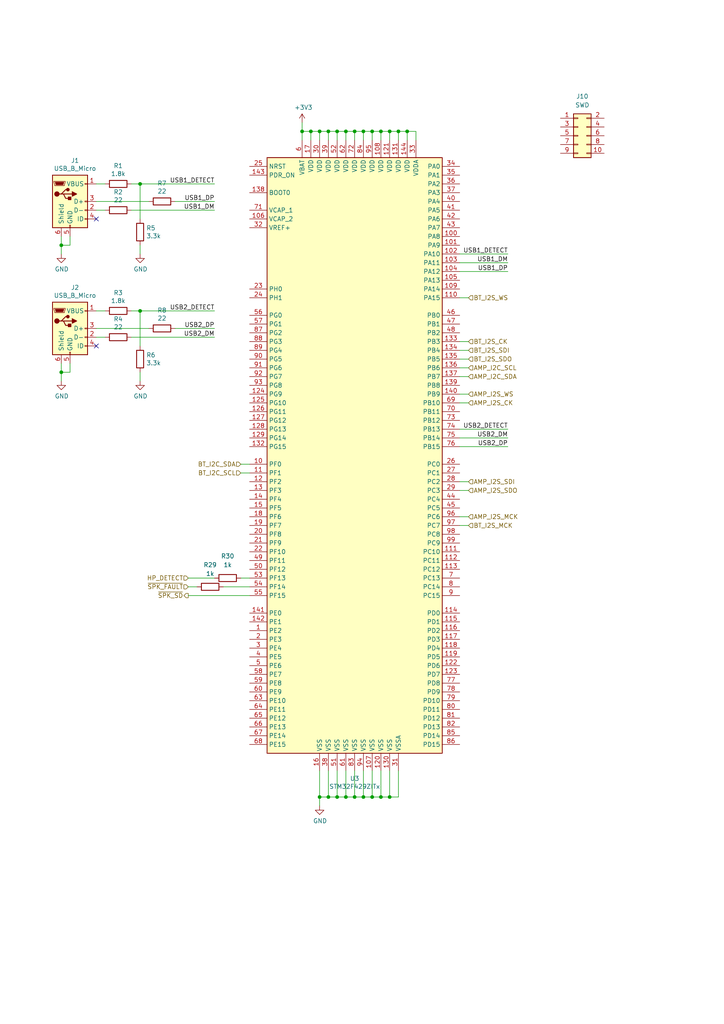
<source format=kicad_sch>
(kicad_sch (version 20201015) (generator eeschema)
  (page 1 7)
  (paper "A4" portrait)
  (lib_symbols
    (symbol "Connector:USB_B_Micro" (pin_names (offset 1.016))
      (property "Reference" "J" (at -5.08 11.43 0))
      (property "Value" "USB_B_Micro" (at -5.08 8.89 0))
      (symbol "USB_B_Micro_0_1"
        (circle (center -3.81 2.159) (radius 0.635) (stroke (width 0.254)) (fill (type outline)))
        (circle (center -0.635 3.429) (radius 0.381) (stroke (width 0.254)) (fill (type outline)))
        (rectangle (start -5.08 -7.62) (end 5.08 7.62) (stroke (width 0.254)) (fill (type background)))
        (rectangle (start -0.127 -7.62) (end 0.127 -6.858))
        (rectangle (start 0.254 1.27) (end -0.508 0.508) (stroke (width 0.254)) (fill (type outline)))
        (rectangle (start 5.08 -5.207) (end 4.318 -4.953))
        (rectangle (start 5.08 -2.667) (end 4.318 -2.413))
        (rectangle (start 5.08 -0.127) (end 4.318 0.127))
        (rectangle (start 5.08 4.953) (end 4.318 5.207))
        (polyline (pts (xy -1.905 2.159) (xy 0.635 2.159)) (stroke (width 0.254)))
        (polyline (pts (xy -3.175 2.159) (xy -2.54 2.159) (xy -1.27 3.429) (xy -0.635 3.429)) (stroke (width 0.254)))
        (polyline (pts (xy -2.54 2.159) (xy -1.905 2.159) (xy -1.27 0.889) (xy 0 0.889)) (stroke (width 0.254)))
        (polyline (pts (xy 0.635 2.794) (xy 0.635 1.524) (xy 1.905 2.159) (xy 0.635 2.794)) (stroke (width 0.254)) (fill (type outline)))
        (polyline (pts (xy -4.318 5.588) (xy -1.778 5.588) (xy -2.032 4.826) (xy -4.064 4.826) (xy -4.318 5.588)) (fill (type outline)))
        (polyline (pts (xy -4.699 5.842) (xy -4.699 5.588) (xy -4.445 4.826) (xy -4.445 4.572) (xy -1.651 4.572) (xy -1.651 4.826) (xy -1.397 5.588) (xy -1.397 5.842) (xy -4.699 5.842)))
      )
      (symbol "USB_B_Micro_1_1"
        (pin power_out line (at 7.62 5.08 180) (length 2.54) (name "VBUS") (number "1"))
        (pin bidirectional line (at 7.62 -2.54 180) (length 2.54) (name "D-") (number "2"))
        (pin bidirectional line (at 7.62 0 180) (length 2.54) (name "D+") (number "3"))
        (pin passive line (at 7.62 -5.08 180) (length 2.54) (name "ID") (number "4"))
        (pin power_out line (at 0 -10.16 90) (length 2.54) (name "GND") (number "5"))
        (pin passive line (at -2.54 -10.16 90) (length 2.54) (name "Shield") (number "6"))
      )
    )
    (symbol "Connector_Generic:Conn_02x05_Odd_Even" (pin_names (offset 1.016) hide)
      (property "Reference" "J" (at 1.27 7.62 0))
      (property "Value" "Conn_02x05_Odd_Even" (at 1.27 -7.62 0))
      (symbol "Conn_02x05_Odd_Even_1_1"
        (rectangle (start -1.27 -4.953) (end 0 -5.207) (stroke (width 0.1524)))
        (rectangle (start -1.27 -2.413) (end 0 -2.667) (stroke (width 0.1524)))
        (rectangle (start -1.27 2.667) (end 0 2.413) (stroke (width 0.1524)))
        (rectangle (start -1.27 5.207) (end 0 4.953) (stroke (width 0.1524)))
        (rectangle (start -1.27 6.35) (end 3.81 -6.35) (stroke (width 0.254)) (fill (type background)))
        (rectangle (start -1.27 0.127) (end 0 -0.127) (stroke (width 0.1524)))
        (rectangle (start 3.81 -4.953) (end 2.54 -5.207) (stroke (width 0.1524)))
        (rectangle (start 3.81 -2.413) (end 2.54 -2.667) (stroke (width 0.1524)))
        (rectangle (start 3.81 2.667) (end 2.54 2.413) (stroke (width 0.1524)))
        (rectangle (start 3.81 5.207) (end 2.54 4.953) (stroke (width 0.1524)))
        (rectangle (start 3.81 0.127) (end 2.54 -0.127) (stroke (width 0.1524)))
        (pin passive line (at -5.08 5.08 0) (length 3.81) (name "Pin_1") (number "1"))
        (pin passive line (at 7.62 -5.08 180) (length 3.81) (name "Pin_10") (number "10"))
        (pin passive line (at 7.62 5.08 180) (length 3.81) (name "Pin_2") (number "2"))
        (pin passive line (at -5.08 2.54 0) (length 3.81) (name "Pin_3") (number "3"))
        (pin passive line (at 7.62 2.54 180) (length 3.81) (name "Pin_4") (number "4"))
        (pin passive line (at -5.08 0 0) (length 3.81) (name "Pin_5") (number "5"))
        (pin passive line (at 7.62 0 180) (length 3.81) (name "Pin_6") (number "6"))
        (pin passive line (at -5.08 -2.54 0) (length 3.81) (name "Pin_7") (number "7"))
        (pin passive line (at 7.62 -2.54 180) (length 3.81) (name "Pin_8") (number "8"))
        (pin passive line (at -5.08 -5.08 0) (length 3.81) (name "Pin_9") (number "9"))
      )
    )
    (symbol "Device:R" (pin_numbers hide) (pin_names (offset 0))
      (property "Reference" "R" (at 2.032 0 90))
      (property "Value" "R" (at 0 0 90))
      (symbol "R_0_1"
        (rectangle (start -1.016 -2.54) (end 1.016 2.54) (stroke (width 0.254)))
      )
      (symbol "R_1_1"
        (pin passive line (at 0 3.81 270) (length 1.27) (name "~") (number "1"))
        (pin passive line (at 0 -3.81 90) (length 1.27) (name "~") (number "2"))
      )
    )
    (symbol "MCU_ST_STM32F4:STM32F429ZITx"
      (property "Reference" "U" (at -25.4 87.63 0))
      (property "Value" "STM32F429ZITx" (at 20.32 87.63 0))
      (symbol "STM32F429ZITx_0_1"
        (rectangle (start -25.4 -86.36) (end 25.4 86.36) (stroke (width 0.254)) (fill (type background)))
      )
      (symbol "STM32F429ZITx_1_1"
        (pin input line (at -30.48 76.2 0) (length 5.08) (name "BOOT0") (number "138"))
        (pin input line (at -30.48 83.82 0) (length 5.08) (name "NRST") (number "25"))
        (pin bidirectional line (at 30.48 83.82 180) (length 5.08) (name "PA0") (number "34"))
        (pin bidirectional line (at 30.48 81.28 180) (length 5.08) (name "PA1") (number "35"))
        (pin bidirectional line (at 30.48 58.42 180) (length 5.08) (name "PA10") (number "102"))
        (pin bidirectional line (at 30.48 55.88 180) (length 5.08) (name "PA11") (number "103"))
        (pin bidirectional line (at 30.48 53.34 180) (length 5.08) (name "PA12") (number "104"))
        (pin bidirectional line (at 30.48 50.8 180) (length 5.08) (name "PA13") (number "105"))
        (pin bidirectional line (at 30.48 48.26 180) (length 5.08) (name "PA14") (number "109"))
        (pin bidirectional line (at 30.48 45.72 180) (length 5.08) (name "PA15") (number "110"))
        (pin bidirectional line (at 30.48 78.74 180) (length 5.08) (name "PA2") (number "36"))
        (pin bidirectional line (at 30.48 76.2 180) (length 5.08) (name "PA3") (number "37"))
        (pin bidirectional line (at 30.48 73.66 180) (length 5.08) (name "PA4") (number "40"))
        (pin bidirectional line (at 30.48 71.12 180) (length 5.08) (name "PA5") (number "41"))
        (pin bidirectional line (at 30.48 68.58 180) (length 5.08) (name "PA6") (number "42"))
        (pin bidirectional line (at 30.48 66.04 180) (length 5.08) (name "PA7") (number "43"))
        (pin bidirectional line (at 30.48 63.5 180) (length 5.08) (name "PA8") (number "100"))
        (pin bidirectional line (at 30.48 60.96 180) (length 5.08) (name "PA9") (number "101"))
        (pin bidirectional line (at 30.48 40.64 180) (length 5.08) (name "PB0") (number "46"))
        (pin bidirectional line (at 30.48 38.1 180) (length 5.08) (name "PB1") (number "47"))
        (pin bidirectional line (at 30.48 15.24 180) (length 5.08) (name "PB10") (number "69"))
        (pin bidirectional line (at 30.48 12.7 180) (length 5.08) (name "PB11") (number "70"))
        (pin bidirectional line (at 30.48 10.16 180) (length 5.08) (name "PB12") (number "73"))
        (pin bidirectional line (at 30.48 7.62 180) (length 5.08) (name "PB13") (number "74"))
        (pin bidirectional line (at 30.48 5.08 180) (length 5.08) (name "PB14") (number "75"))
        (pin bidirectional line (at 30.48 2.54 180) (length 5.08) (name "PB15") (number "76"))
        (pin bidirectional line (at 30.48 35.56 180) (length 5.08) (name "PB2") (number "48"))
        (pin bidirectional line (at 30.48 33.02 180) (length 5.08) (name "PB3") (number "133"))
        (pin bidirectional line (at 30.48 30.48 180) (length 5.08) (name "PB4") (number "134"))
        (pin bidirectional line (at 30.48 27.94 180) (length 5.08) (name "PB5") (number "135"))
        (pin bidirectional line (at 30.48 25.4 180) (length 5.08) (name "PB6") (number "136"))
        (pin bidirectional line (at 30.48 22.86 180) (length 5.08) (name "PB7") (number "137"))
        (pin bidirectional line (at 30.48 20.32 180) (length 5.08) (name "PB8") (number "139"))
        (pin bidirectional line (at 30.48 17.78 180) (length 5.08) (name "PB9") (number "140"))
        (pin bidirectional line (at 30.48 -2.54 180) (length 5.08) (name "PC0") (number "26"))
        (pin bidirectional line (at 30.48 -5.08 180) (length 5.08) (name "PC1") (number "27"))
        (pin bidirectional line (at 30.48 -27.94 180) (length 5.08) (name "PC10") (number "111"))
        (pin bidirectional line (at 30.48 -30.48 180) (length 5.08) (name "PC11") (number "112"))
        (pin bidirectional line (at 30.48 -33.02 180) (length 5.08) (name "PC12") (number "113"))
        (pin bidirectional line (at 30.48 -35.56 180) (length 5.08) (name "PC13") (number "7"))
        (pin bidirectional line (at 30.48 -38.1 180) (length 5.08) (name "PC14") (number "8"))
        (pin bidirectional line (at 30.48 -40.64 180) (length 5.08) (name "PC15") (number "9"))
        (pin bidirectional line (at 30.48 -7.62 180) (length 5.08) (name "PC2") (number "28"))
        (pin bidirectional line (at 30.48 -10.16 180) (length 5.08) (name "PC3") (number "29"))
        (pin bidirectional line (at 30.48 -12.7 180) (length 5.08) (name "PC4") (number "44"))
        (pin bidirectional line (at 30.48 -15.24 180) (length 5.08) (name "PC5") (number "45"))
        (pin bidirectional line (at 30.48 -17.78 180) (length 5.08) (name "PC6") (number "96"))
        (pin bidirectional line (at 30.48 -20.32 180) (length 5.08) (name "PC7") (number "97"))
        (pin bidirectional line (at 30.48 -22.86 180) (length 5.08) (name "PC8") (number "98"))
        (pin bidirectional line (at 30.48 -25.4 180) (length 5.08) (name "PC9") (number "99"))
        (pin bidirectional line (at 30.48 -45.72 180) (length 5.08) (name "PD0") (number "114"))
        (pin bidirectional line (at 30.48 -48.26 180) (length 5.08) (name "PD1") (number "115"))
        (pin bidirectional line (at 30.48 -71.12 180) (length 5.08) (name "PD10") (number "79"))
        (pin bidirectional line (at 30.48 -73.66 180) (length 5.08) (name "PD11") (number "80"))
        (pin bidirectional line (at 30.48 -76.2 180) (length 5.08) (name "PD12") (number "81"))
        (pin bidirectional line (at 30.48 -78.74 180) (length 5.08) (name "PD13") (number "82"))
        (pin bidirectional line (at 30.48 -81.28 180) (length 5.08) (name "PD14") (number "85"))
        (pin bidirectional line (at 30.48 -83.82 180) (length 5.08) (name "PD15") (number "86"))
        (pin bidirectional line (at 30.48 -50.8 180) (length 5.08) (name "PD2") (number "116"))
        (pin bidirectional line (at 30.48 -53.34 180) (length 5.08) (name "PD3") (number "117"))
        (pin bidirectional line (at 30.48 -55.88 180) (length 5.08) (name "PD4") (number "118"))
        (pin bidirectional line (at 30.48 -58.42 180) (length 5.08) (name "PD5") (number "119"))
        (pin bidirectional line (at 30.48 -60.96 180) (length 5.08) (name "PD6") (number "122"))
        (pin bidirectional line (at 30.48 -63.5 180) (length 5.08) (name "PD7") (number "123"))
        (pin bidirectional line (at 30.48 -66.04 180) (length 5.08) (name "PD8") (number "77"))
        (pin bidirectional line (at 30.48 -68.58 180) (length 5.08) (name "PD9") (number "78"))
        (pin input line (at -30.48 81.28 0) (length 5.08) (name "PDR_ON") (number "143"))
        (pin bidirectional line (at -30.48 -45.72 0) (length 5.08) (name "PE0") (number "141"))
        (pin bidirectional line (at -30.48 -48.26 0) (length 5.08) (name "PE1") (number "142"))
        (pin bidirectional line (at -30.48 -71.12 0) (length 5.08) (name "PE10") (number "63"))
        (pin bidirectional line (at -30.48 -73.66 0) (length 5.08) (name "PE11") (number "64"))
        (pin bidirectional line (at -30.48 -76.2 0) (length 5.08) (name "PE12") (number "65"))
        (pin bidirectional line (at -30.48 -78.74 0) (length 5.08) (name "PE13") (number "66"))
        (pin bidirectional line (at -30.48 -81.28 0) (length 5.08) (name "PE14") (number "67"))
        (pin bidirectional line (at -30.48 -83.82 0) (length 5.08) (name "PE15") (number "68"))
        (pin bidirectional line (at -30.48 -50.8 0) (length 5.08) (name "PE2") (number "1"))
        (pin bidirectional line (at -30.48 -53.34 0) (length 5.08) (name "PE3") (number "2"))
        (pin bidirectional line (at -30.48 -55.88 0) (length 5.08) (name "PE4") (number "3"))
        (pin bidirectional line (at -30.48 -58.42 0) (length 5.08) (name "PE5") (number "4"))
        (pin bidirectional line (at -30.48 -60.96 0) (length 5.08) (name "PE6") (number "5"))
        (pin bidirectional line (at -30.48 -63.5 0) (length 5.08) (name "PE7") (number "58"))
        (pin bidirectional line (at -30.48 -66.04 0) (length 5.08) (name "PE8") (number "59"))
        (pin bidirectional line (at -30.48 -68.58 0) (length 5.08) (name "PE9") (number "60"))
        (pin bidirectional line (at -30.48 -2.54 0) (length 5.08) (name "PF0") (number "10"))
        (pin bidirectional line (at -30.48 -5.08 0) (length 5.08) (name "PF1") (number "11"))
        (pin bidirectional line (at -30.48 -27.94 0) (length 5.08) (name "PF10") (number "22"))
        (pin bidirectional line (at -30.48 -30.48 0) (length 5.08) (name "PF11") (number "49"))
        (pin bidirectional line (at -30.48 -33.02 0) (length 5.08) (name "PF12") (number "50"))
        (pin bidirectional line (at -30.48 -35.56 0) (length 5.08) (name "PF13") (number "53"))
        (pin bidirectional line (at -30.48 -38.1 0) (length 5.08) (name "PF14") (number "54"))
        (pin bidirectional line (at -30.48 -40.64 0) (length 5.08) (name "PF15") (number "55"))
        (pin bidirectional line (at -30.48 -7.62 0) (length 5.08) (name "PF2") (number "12"))
        (pin bidirectional line (at -30.48 -10.16 0) (length 5.08) (name "PF3") (number "13"))
        (pin bidirectional line (at -30.48 -12.7 0) (length 5.08) (name "PF4") (number "14"))
        (pin bidirectional line (at -30.48 -15.24 0) (length 5.08) (name "PF5") (number "15"))
        (pin bidirectional line (at -30.48 -17.78 0) (length 5.08) (name "PF6") (number "18"))
        (pin bidirectional line (at -30.48 -20.32 0) (length 5.08) (name "PF7") (number "19"))
        (pin bidirectional line (at -30.48 -22.86 0) (length 5.08) (name "PF8") (number "20"))
        (pin bidirectional line (at -30.48 -25.4 0) (length 5.08) (name "PF9") (number "21"))
        (pin bidirectional line (at -30.48 40.64 0) (length 5.08) (name "PG0") (number "56"))
        (pin bidirectional line (at -30.48 38.1 0) (length 5.08) (name "PG1") (number "57"))
        (pin bidirectional line (at -30.48 15.24 0) (length 5.08) (name "PG10") (number "125"))
        (pin bidirectional line (at -30.48 12.7 0) (length 5.08) (name "PG11") (number "126"))
        (pin bidirectional line (at -30.48 10.16 0) (length 5.08) (name "PG12") (number "127"))
        (pin bidirectional line (at -30.48 7.62 0) (length 5.08) (name "PG13") (number "128"))
        (pin bidirectional line (at -30.48 5.08 0) (length 5.08) (name "PG14") (number "129"))
        (pin bidirectional line (at -30.48 2.54 0) (length 5.08) (name "PG15") (number "132"))
        (pin bidirectional line (at -30.48 35.56 0) (length 5.08) (name "PG2") (number "87"))
        (pin bidirectional line (at -30.48 33.02 0) (length 5.08) (name "PG3") (number "88"))
        (pin bidirectional line (at -30.48 30.48 0) (length 5.08) (name "PG4") (number "89"))
        (pin bidirectional line (at -30.48 27.94 0) (length 5.08) (name "PG5") (number "90"))
        (pin bidirectional line (at -30.48 25.4 0) (length 5.08) (name "PG6") (number "91"))
        (pin bidirectional line (at -30.48 22.86 0) (length 5.08) (name "PG7") (number "92"))
        (pin bidirectional line (at -30.48 20.32 0) (length 5.08) (name "PG8") (number "93"))
        (pin bidirectional line (at -30.48 17.78 0) (length 5.08) (name "PG9") (number "124"))
        (pin input line (at -30.48 48.26 0) (length 5.08) (name "PH0") (number "23"))
        (pin input line (at -30.48 45.72 0) (length 5.08) (name "PH1") (number "24"))
        (pin power_in line (at -15.24 91.44 270) (length 5.08) (name "VBAT") (number "6"))
        (pin power_in line (at -30.48 71.12 0) (length 5.08) (name "VCAP_1") (number "71"))
        (pin power_in line (at -30.48 68.58 0) (length 5.08) (name "VCAP_2") (number "106"))
        (pin power_in line (at 7.62 91.44 270) (length 5.08) (name "VDD") (number "108"))
        (pin power_in line (at 10.16 91.44 270) (length 5.08) (name "VDD") (number "121"))
        (pin power_in line (at 12.7 91.44 270) (length 5.08) (name "VDD") (number "131"))
        (pin power_in line (at 15.24 91.44 270) (length 5.08) (name "VDD") (number "144"))
        (pin power_in line (at -12.7 91.44 270) (length 5.08) (name "VDD") (number "17"))
        (pin power_in line (at -10.16 91.44 270) (length 5.08) (name "VDD") (number "30"))
        (pin power_in line (at -7.62 91.44 270) (length 5.08) (name "VDD") (number "39"))
        (pin power_in line (at -5.08 91.44 270) (length 5.08) (name "VDD") (number "52"))
        (pin power_in line (at -2.54 91.44 270) (length 5.08) (name "VDD") (number "62"))
        (pin power_in line (at 0 91.44 270) (length 5.08) (name "VDD") (number "72"))
        (pin power_in line (at 2.54 91.44 270) (length 5.08) (name "VDD") (number "84"))
        (pin power_in line (at 5.08 91.44 270) (length 5.08) (name "VDD") (number "95"))
        (pin power_in line (at 17.78 91.44 270) (length 5.08) (name "VDDA") (number "33"))
        (pin power_in line (at -30.48 66.04 0) (length 5.08) (name "VREF+") (number "32"))
        (pin power_in line (at 5.08 -91.44 90) (length 5.08) (name "VSS") (number "107"))
        (pin power_in line (at 7.62 -91.44 90) (length 5.08) (name "VSS") (number "120"))
        (pin power_in line (at 10.16 -91.44 90) (length 5.08) (name "VSS") (number "130"))
        (pin power_in line (at -10.16 -91.44 90) (length 5.08) (name "VSS") (number "16"))
        (pin power_in line (at -7.62 -91.44 90) (length 5.08) (name "VSS") (number "38"))
        (pin power_in line (at -5.08 -91.44 90) (length 5.08) (name "VSS") (number "51"))
        (pin power_in line (at -2.54 -91.44 90) (length 5.08) (name "VSS") (number "61"))
        (pin power_in line (at 0 -91.44 90) (length 5.08) (name "VSS") (number "83"))
        (pin power_in line (at 2.54 -91.44 90) (length 5.08) (name "VSS") (number "94"))
        (pin power_in line (at 12.7 -91.44 90) (length 5.08) (name "VSSA") (number "31"))
      )
    )
    (symbol "power:+3.3V" (power) (pin_names (offset 0))
      (property "Value" "+3.3V" (at 0 3.556 0))
      (symbol "+3.3V_0_1"
        (polyline (pts (xy -0.762 1.27) (xy 0 2.54)))
        (polyline (pts (xy 0 0) (xy 0 2.54)))
        (polyline (pts (xy 0 2.54) (xy 0.762 1.27)))
      )
      (symbol "+3.3V_1_1"
        (pin power_in line (at 0 0 90) (length 0) hide (name "+3V3") (number "1"))
      )
    )
    (symbol "power:GND" (power) (pin_names (offset 0))
      (property "Value" "GND" (at 0 -3.81 0))
      (symbol "GND_0_1"
        (polyline (pts (xy 0 0) (xy 0 -1.27) (xy 1.27 -1.27) (xy 0 -2.54) (xy -1.27 -1.27) (xy 0 -1.27)))
      )
      (symbol "GND_1_1"
        (pin power_in line (at 0 0 270) (length 0) hide (name "GND") (number "1"))
      )
    )
  )
  (junction (at 17.78 71.12) (diameter 0.9144))
  (junction (at 17.78 107.95) (diameter 0.9144))
  (junction (at 40.64 53.34) (diameter 0.9144))
  (junction (at 40.64 90.17) (diameter 0.9144))
  (junction (at 87.63 38.1) (diameter 0.9144))
  (junction (at 90.17 38.1) (diameter 0.9144))
  (junction (at 92.71 38.1) (diameter 0.9144))
  (junction (at 92.71 231.14) (diameter 0.9144))
  (junction (at 95.25 38.1) (diameter 0.9144))
  (junction (at 95.25 231.14) (diameter 0.9144))
  (junction (at 97.79 38.1) (diameter 0.9144))
  (junction (at 97.79 231.14) (diameter 0.9144))
  (junction (at 100.33 38.1) (diameter 0.9144))
  (junction (at 100.33 231.14) (diameter 0.9144))
  (junction (at 102.87 38.1) (diameter 0.9144))
  (junction (at 102.87 231.14) (diameter 0.9144))
  (junction (at 105.41 38.1) (diameter 0.9144))
  (junction (at 105.41 231.14) (diameter 0.9144))
  (junction (at 107.95 38.1) (diameter 0.9144))
  (junction (at 107.95 231.14) (diameter 0.9144))
  (junction (at 110.49 38.1) (diameter 0.9144))
  (junction (at 110.49 231.14) (diameter 0.9144))
  (junction (at 113.03 38.1) (diameter 0.9144))
  (junction (at 113.03 231.14) (diameter 0.9144))
  (junction (at 115.57 38.1) (diameter 0.9144))
  (junction (at 118.11 38.1) (diameter 0.9144))
  (no_connect (at 27.94 100.33))
  (no_connect (at 27.94 63.5))
  (wire (pts (xy 17.78 68.58) (xy 17.78 71.12)))
  (wire (pts (xy 17.78 71.12) (xy 17.78 73.66)))
  (wire (pts (xy 17.78 105.41) (xy 17.78 107.95)))
  (wire (pts (xy 17.78 107.95) (xy 17.78 110.49)))
  (wire (pts (xy 20.32 68.58) (xy 20.32 71.12)))
  (wire (pts (xy 20.32 71.12) (xy 17.78 71.12)))
  (wire (pts (xy 20.32 105.41) (xy 20.32 107.95)))
  (wire (pts (xy 20.32 107.95) (xy 17.78 107.95)))
  (wire (pts (xy 27.94 60.96) (xy 30.48 60.96)))
  (wire (pts (xy 27.94 97.79) (xy 30.48 97.79)))
  (wire (pts (xy 30.48 53.34) (xy 27.94 53.34)))
  (wire (pts (xy 30.48 90.17) (xy 27.94 90.17)))
  (wire (pts (xy 38.1 60.96) (xy 62.23 60.96)))
  (wire (pts (xy 38.1 97.79) (xy 62.23 97.79)))
  (wire (pts (xy 40.64 53.34) (xy 38.1 53.34)))
  (wire (pts (xy 40.64 63.5) (xy 40.64 53.34)))
  (wire (pts (xy 40.64 71.12) (xy 40.64 73.66)))
  (wire (pts (xy 40.64 90.17) (xy 38.1 90.17)))
  (wire (pts (xy 40.64 100.33) (xy 40.64 90.17)))
  (wire (pts (xy 40.64 107.95) (xy 40.64 110.49)))
  (wire (pts (xy 43.18 58.42) (xy 27.94 58.42)))
  (wire (pts (xy 43.18 95.25) (xy 27.94 95.25)))
  (wire (pts (xy 50.8 58.42) (xy 62.23 58.42)))
  (wire (pts (xy 50.8 95.25) (xy 62.23 95.25)))
  (wire (pts (xy 54.61 167.64) (xy 62.23 167.64)))
  (wire (pts (xy 54.61 170.18) (xy 57.15 170.18)))
  (wire (pts (xy 54.61 172.72) (xy 72.39 172.72)))
  (wire (pts (xy 62.23 53.34) (xy 40.64 53.34)))
  (wire (pts (xy 62.23 90.17) (xy 40.64 90.17)))
  (wire (pts (xy 64.77 170.18) (xy 72.39 170.18)))
  (wire (pts (xy 69.85 137.16) (xy 72.39 137.16)))
  (wire (pts (xy 69.85 167.64) (xy 72.39 167.64)))
  (wire (pts (xy 72.39 134.62) (xy 69.85 134.62)))
  (wire (pts (xy 87.63 35.56) (xy 87.63 38.1)))
  (wire (pts (xy 87.63 38.1) (xy 87.63 40.64)))
  (wire (pts (xy 90.17 38.1) (xy 87.63 38.1)))
  (wire (pts (xy 90.17 40.64) (xy 90.17 38.1)))
  (wire (pts (xy 92.71 38.1) (xy 90.17 38.1)))
  (wire (pts (xy 92.71 40.64) (xy 92.71 38.1)))
  (wire (pts (xy 92.71 223.52) (xy 92.71 231.14)))
  (wire (pts (xy 92.71 231.14) (xy 92.71 233.68)))
  (wire (pts (xy 92.71 231.14) (xy 95.25 231.14)))
  (wire (pts (xy 95.25 38.1) (xy 92.71 38.1)))
  (wire (pts (xy 95.25 40.64) (xy 95.25 38.1)))
  (wire (pts (xy 95.25 223.52) (xy 95.25 231.14)))
  (wire (pts (xy 95.25 231.14) (xy 97.79 231.14)))
  (wire (pts (xy 97.79 38.1) (xy 95.25 38.1)))
  (wire (pts (xy 97.79 40.64) (xy 97.79 38.1)))
  (wire (pts (xy 97.79 223.52) (xy 97.79 231.14)))
  (wire (pts (xy 97.79 231.14) (xy 100.33 231.14)))
  (wire (pts (xy 100.33 38.1) (xy 97.79 38.1)))
  (wire (pts (xy 100.33 40.64) (xy 100.33 38.1)))
  (wire (pts (xy 100.33 223.52) (xy 100.33 231.14)))
  (wire (pts (xy 100.33 231.14) (xy 102.87 231.14)))
  (wire (pts (xy 102.87 38.1) (xy 100.33 38.1)))
  (wire (pts (xy 102.87 40.64) (xy 102.87 38.1)))
  (wire (pts (xy 102.87 223.52) (xy 102.87 231.14)))
  (wire (pts (xy 102.87 231.14) (xy 105.41 231.14)))
  (wire (pts (xy 105.41 38.1) (xy 102.87 38.1)))
  (wire (pts (xy 105.41 40.64) (xy 105.41 38.1)))
  (wire (pts (xy 105.41 223.52) (xy 105.41 231.14)))
  (wire (pts (xy 105.41 231.14) (xy 107.95 231.14)))
  (wire (pts (xy 107.95 38.1) (xy 105.41 38.1)))
  (wire (pts (xy 107.95 40.64) (xy 107.95 38.1)))
  (wire (pts (xy 107.95 223.52) (xy 107.95 231.14)))
  (wire (pts (xy 107.95 231.14) (xy 110.49 231.14)))
  (wire (pts (xy 110.49 38.1) (xy 107.95 38.1)))
  (wire (pts (xy 110.49 40.64) (xy 110.49 38.1)))
  (wire (pts (xy 110.49 231.14) (xy 110.49 223.52)))
  (wire (pts (xy 110.49 231.14) (xy 113.03 231.14)))
  (wire (pts (xy 113.03 38.1) (xy 110.49 38.1)))
  (wire (pts (xy 113.03 40.64) (xy 113.03 38.1)))
  (wire (pts (xy 113.03 223.52) (xy 113.03 231.14)))
  (wire (pts (xy 113.03 231.14) (xy 115.57 231.14)))
  (wire (pts (xy 115.57 38.1) (xy 113.03 38.1)))
  (wire (pts (xy 115.57 40.64) (xy 115.57 38.1)))
  (wire (pts (xy 115.57 231.14) (xy 115.57 223.52)))
  (wire (pts (xy 118.11 38.1) (xy 115.57 38.1)))
  (wire (pts (xy 118.11 40.64) (xy 118.11 38.1)))
  (wire (pts (xy 120.65 38.1) (xy 118.11 38.1)))
  (wire (pts (xy 120.65 40.64) (xy 120.65 38.1)))
  (wire (pts (xy 133.35 101.6) (xy 135.89 101.6)))
  (wire (pts (xy 133.35 109.22) (xy 135.89 109.22)))
  (wire (pts (xy 133.35 116.84) (xy 135.89 116.84)))
  (wire (pts (xy 133.35 142.24) (xy 135.89 142.24)))
  (wire (pts (xy 135.89 86.36) (xy 133.35 86.36)))
  (wire (pts (xy 135.89 99.06) (xy 133.35 99.06)))
  (wire (pts (xy 135.89 104.14) (xy 133.35 104.14)))
  (wire (pts (xy 135.89 106.68) (xy 133.35 106.68)))
  (wire (pts (xy 135.89 114.3) (xy 133.35 114.3)))
  (wire (pts (xy 135.89 139.7) (xy 133.35 139.7)))
  (wire (pts (xy 135.89 149.86) (xy 133.35 149.86)))
  (wire (pts (xy 135.89 152.4) (xy 133.35 152.4)))
  (wire (pts (xy 147.32 73.66) (xy 133.35 73.66)))
  (wire (pts (xy 147.32 76.2) (xy 133.35 76.2)))
  (wire (pts (xy 147.32 78.74) (xy 133.35 78.74)))
  (wire (pts (xy 147.32 124.46) (xy 133.35 124.46)))
  (wire (pts (xy 147.32 127) (xy 133.35 127)))
  (wire (pts (xy 147.32 129.54) (xy 133.35 129.54)))
  (label "USB1_DETECT" (at 62.23 53.34 180))
  (label "USB1_DP" (at 62.23 58.42 180))
  (label "USB1_DM" (at 62.23 60.96 180))
  (label "USB2_DETECT" (at 62.23 90.17 180))
  (label "USB2_DP" (at 62.23 95.25 180))
  (label "USB2_DM" (at 62.23 97.79 180))
  (label "USB1_DETECT" (at 147.32 73.66 180))
  (label "USB1_DM" (at 147.32 76.2 180))
  (label "USB1_DP" (at 147.32 78.74 180))
  (label "USB2_DETECT" (at 147.32 124.46 180))
  (label "USB2_DM" (at 147.32 127 180))
  (label "USB2_DP" (at 147.32 129.54 180))
  (hierarchical_label "HP_DETECT" (shape input) (at 54.61 167.64 180))
  (hierarchical_label "~SPK_FAULT" (shape input) (at 54.61 170.18 180))
  (hierarchical_label "~SPK_SD" (shape output) (at 54.61 172.72 180))
  (hierarchical_label "BT_I2C_SDA" (shape input) (at 69.85 134.62 180))
  (hierarchical_label "BT_I2C_SCL" (shape input) (at 69.85 137.16 180))
  (hierarchical_label "BT_I2S_WS" (shape input) (at 135.89 86.36 0))
  (hierarchical_label "BT_I2S_CK" (shape input) (at 135.89 99.06 0))
  (hierarchical_label "BT_I2S_SDI" (shape input) (at 135.89 101.6 0))
  (hierarchical_label "BT_I2S_SDO" (shape input) (at 135.89 104.14 0))
  (hierarchical_label "AMP_I2C_SCL" (shape input) (at 135.89 106.68 0))
  (hierarchical_label "AMP_I2C_SDA" (shape input) (at 135.89 109.22 0))
  (hierarchical_label "AMP_I2S_WS" (shape input) (at 135.89 114.3 0))
  (hierarchical_label "AMP_I2S_CK" (shape input) (at 135.89 116.84 0))
  (hierarchical_label "AMP_I2S_SDI" (shape input) (at 135.89 139.7 0))
  (hierarchical_label "AMP_I2S_SDO" (shape input) (at 135.89 142.24 0))
  (hierarchical_label "AMP_I2S_MCK" (shape input) (at 135.89 149.86 0))
  (hierarchical_label "BT_I2S_MCK" (shape input) (at 135.89 152.4 0))
  (symbol (lib_id "power:+3.3V") (at 87.63 35.56 0) (unit 1)
    (property "Reference" "#PWR0102" (effects hide))
    (property "Value" "+3.3V" (at 88.011 31.1658 0))
  )
  (symbol (lib_id "power:GND") (at 17.78 73.66 0) (unit 1)
    (property "Reference" "#PWR0103" (effects hide))
    (property "Value" "GND" (at 17.907 78.0542 0))
  )
  (symbol (lib_id "power:GND") (at 17.78 110.49 0) (unit 1)
    (property "Reference" "#PWR0105" (effects hide))
    (property "Value" "GND" (at 17.907 114.8842 0))
  )
  (symbol (lib_id "power:GND") (at 40.64 73.66 0) (unit 1)
    (property "Reference" "#PWR0104" (effects hide))
    (property "Value" "GND" (at 40.767 78.0542 0))
  )
  (symbol (lib_id "power:GND") (at 40.64 110.49 0) (unit 1)
    (property "Reference" "#PWR0106" (effects hide))
    (property "Value" "GND" (at 40.767 114.8842 0))
  )
  (symbol (lib_id "power:GND") (at 92.71 233.68 0) (unit 1)
    (property "Reference" "#PWR0101" (effects hide))
    (property "Value" "GND" (at 92.837 238.0742 0))
  )
  (symbol (lib_id "Device:R") (at 34.29 53.34 270) (unit 1)
    (property "Reference" "R1" (at 34.29 48.0822 90))
    (property "Value" "1.8k" (at 34.29 50.3936 90))
    (property "Footprint" "Resistor_SMD:R_0603_1608Metric" (effects hide))
  )
  (symbol (lib_id "Device:R") (at 34.29 60.96 270) (unit 1)
    (property "Reference" "R2" (at 34.29 55.7022 90))
    (property "Value" "22" (at 34.29 58.0136 90))
    (property "Footprint" "Resistor_SMD:R_0603_1608Metric" (effects hide))
  )
  (symbol (lib_id "Device:R") (at 34.29 90.17 270) (unit 1)
    (property "Reference" "R3" (at 34.29 84.9122 90))
    (property "Value" "1.8k" (at 34.29 87.2236 90))
    (property "Footprint" "Resistor_SMD:R_0603_1608Metric" (effects hide))
  )
  (symbol (lib_id "Device:R") (at 34.29 97.79 270) (unit 1)
    (property "Reference" "R4" (at 34.29 92.5322 90))
    (property "Value" "22" (at 34.29 94.8436 90))
    (property "Footprint" "Resistor_SMD:R_0603_1608Metric" (effects hide))
  )
  (symbol (lib_id "Device:R") (at 40.64 67.31 0) (unit 1)
    (property "Reference" "R5" (at 42.418 66.1416 0) (effects (justify left)))
    (property "Value" "3.3k" (at 42.418 68.453 0) (effects (justify left)))
    (property "Footprint" "Resistor_SMD:R_0603_1608Metric" (effects hide))
  )
  (symbol (lib_id "Device:R") (at 40.64 104.14 0) (unit 1)
    (property "Reference" "R6" (at 42.418 102.9716 0) (effects (justify left)))
    (property "Value" "3.3k" (at 42.418 105.283 0) (effects (justify left)))
    (property "Footprint" "Resistor_SMD:R_0603_1608Metric" (effects hide))
  )
  (symbol (lib_id "Device:R") (at 46.99 58.42 270) (unit 1)
    (property "Reference" "R7" (at 46.99 53.1622 90))
    (property "Value" "22" (at 46.99 55.4736 90))
    (property "Footprint" "Resistor_SMD:R_0603_1608Metric" (effects hide))
  )
  (symbol (lib_id "Device:R") (at 46.99 95.25 270) (unit 1)
    (property "Reference" "R8" (at 46.99 89.9922 90))
    (property "Value" "22" (at 46.99 92.3036 90))
    (property "Footprint" "Resistor_SMD:R_0603_1608Metric" (effects hide))
  )
  (symbol (lib_id "Device:R") (at 60.96 170.18 90) (unit 1)
    (property "Reference" "R29" (at 60.96 163.83 90))
    (property "Value" "1k" (at 60.96 166.37 90))
    (property "Footprint" "Resistor_SMD:R_0603_1608Metric" (effects hide))
  )
  (symbol (lib_id "Device:R") (at 66.04 167.64 90) (unit 1)
    (property "Reference" "R30" (at 66.04 161.29 90))
    (property "Value" "1k" (at 66.04 163.83 90))
    (property "Footprint" "Resistor_SMD:R_0603_1608Metric" (effects hide))
  )
  (symbol (lib_id "Connector_Generic:Conn_02x05_Odd_Even") (at 167.64 39.37 0) (unit 1)
    (property "Reference" "J10" (at 168.91 27.94 0))
    (property "Value" "SWD" (at 168.91 30.48 0))
    (property "Footprint" "Connector_IDC:IDC-Header_2x05_P2.54mm_Vertical" (effects hide))
  )
  (symbol (lib_id "Connector:USB_B_Micro") (at 20.32 58.42 0) (unit 1)
    (property "Reference" "J1" (at 21.7678 46.5582 0))
    (property "Value" "USB_B_Micro" (at 21.7678 48.8696 0))
    (property "Footprint" "Connector_USB:USB_Micro-B_Amphenol_10104110_Horizontal" (effects hide))
  )
  (symbol (lib_id "Connector:USB_B_Micro") (at 20.32 95.25 0) (unit 1)
    (property "Reference" "J2" (at 21.7678 83.3882 0))
    (property "Value" "USB_B_Micro" (at 21.7678 85.6996 0))
    (property "Footprint" "Connector_USB:USB_Micro-B_Amphenol_10104110_Horizontal" (effects hide))
  )
  (symbol (lib_id "MCU_ST_STM32F4:STM32F429ZITx") (at 102.87 132.08 0) (unit 1)
    (property "Reference" "U3" (at 102.87 225.7806 0))
    (property "Value" "STM32F429ZITx" (at 102.87 228.092 0))
    (property "Footprint" "Package_QFP:LQFP-144_20x20mm_P0.5mm" (effects hide))
    (property "Datasheet" "http://www.st.com/st-web-ui/static/active/en/resource/technical/document/datasheet/DM00071990.pdf" (effects hide))
  )
)
</source>
